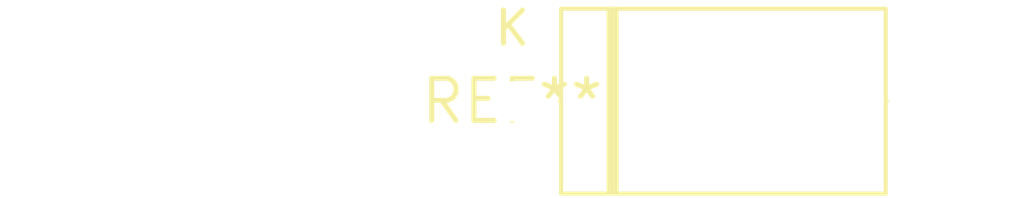
<source format=kicad_pcb>
(kicad_pcb (version 20240108) (generator pcbnew)
  (layers (0 "F.Cu" signal) (31 "B.Cu" signal) (34 "B.Paste" user) (35 "F.Paste" user) (36 "B.SilkS" user "B.Silkscreen") (37 "F.SilkS" user "F.Silkscreen") (38 "B.Mask" user) (39 "F.Mask" user) (44 "Edge.Cuts" user))
  (net 0 "")
  (footprint "D_DO-27_P12.70mm_Horizontal" (layer "F.Cu") (at 0 0)
    (property "Reference" "REF**")
    (property "Value" "D_DO-27_P12.70mm_Horizontal")
    (fp_line (start 1.44 0) (end 1.47 0) (layer "F.SilkS") (stroke (width 0.12)))
    (fp_line (start 1.47 -2.785) (end 1.47 2.785) (layer "F.SilkS") (stroke (width 0.12)))
    (fp_line (start 1.47 2.785) (end 11.23 2.785) (layer "F.SilkS") (stroke (width 0.12)))
    (fp_line (start 2.898 -2.785) (end 2.898 2.785) (layer "F.SilkS") (stroke (width 0.12)))
    (fp_line (start 3.018 -2.785) (end 3.018 2.785) (layer "F.SilkS") (stroke (width 0.12)))
    (fp_line (start 3.138 -2.785) (end 3.138 2.785) (layer "F.SilkS") (stroke (width 0.12)))
    (fp_line (start 11.23 -2.785) (end 1.47 -2.785) (layer "F.SilkS") (stroke (width 0.12)))
    (fp_line (start 11.23 2.785) (end 11.23 -2.785) (layer "F.SilkS") (stroke (width 0.12)))
    (fp_line (start 11.26 0) (end 11.23 0) (layer "F.SilkS") (stroke (width 0.12)))
    (fp_text user "K" (at 0 -2.2 0) (layer "F.SilkS"))
    (pad "1" thru_hole rect (at 0 0) (size 2.4 2.4) (drill 1.2) (layers *.Cu *.Mask) (remove_unused_layers))
    (pad "2" thru_hole oval (at 12.7 0) (size 2.4 2.4) (drill 1.2) (layers *.Cu *.Mask) (remove_unused_layers))
  )
)
</source>
